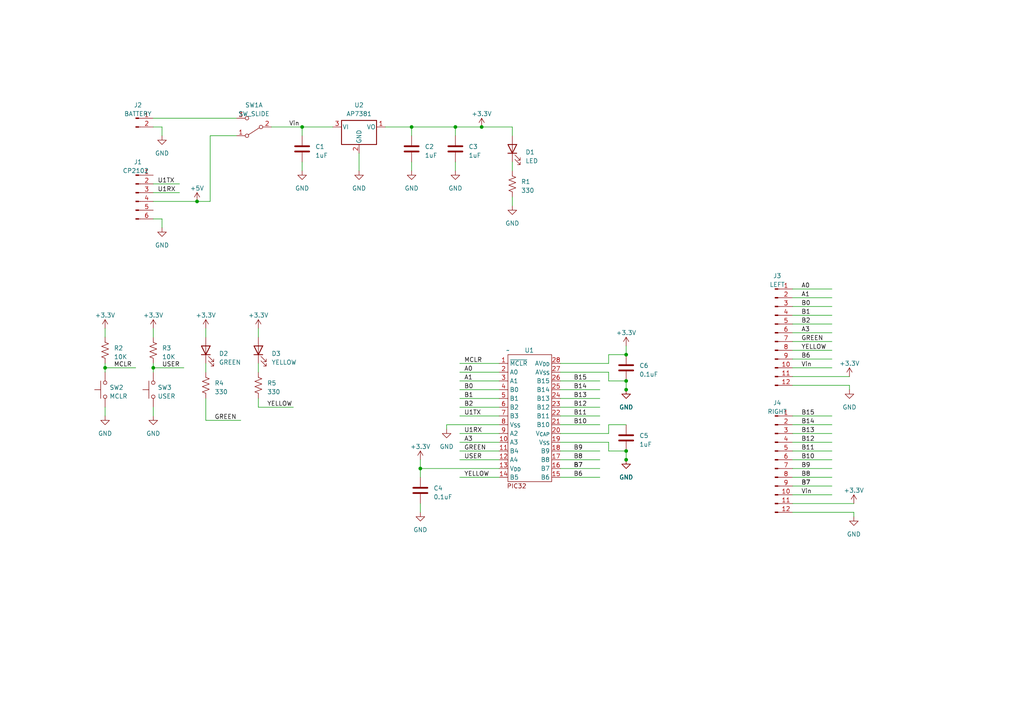
<source format=kicad_sch>
(kicad_sch (version 20230121) (generator eeschema)
  (paper "A4")
  (lib_symbols
    (symbol "Connector:Conn_01x02_Pin" (pin_names (offset 1.016) hide)
      (property "Reference" "J" (at 0 2.54 0))
      (property "Value" "Conn_01x02_Pin" (at 0 -5.08 0))
      (symbol "Conn_01x02_Pin_1_1"
        (polyline (pts (xy 1.27 -2.54) (xy 0.8636 -2.54)) (stroke (width 0.1524)))
        (polyline (pts (xy 1.27 0) (xy 0.8636 0)) (stroke (width 0.1524)))
        (rectangle (start 0.8636 -2.413) (end 0 -2.667) (stroke (width 0.1524)) (fill (type outline)))
        (rectangle (start 0.8636 0.127) (end 0 -0.127) (stroke (width 0.1524)) (fill (type outline)))
        (pin passive line (at 5.08 0 180) (length 3.81) (name "Pin_1") (number "1"))
        (pin passive line (at 5.08 -2.54 180) (length 3.81) (name "Pin_2") (number "2"))
      )
    )
    (symbol "Connector:Conn_01x06_Pin" (pin_names (offset 1.016) hide)
      (property "Reference" "J" (at 0 7.62 0))
      (property "Value" "Conn_01x06_Pin" (at 0 -10.16 0))
      (symbol "Conn_01x06_Pin_1_1"
        (polyline (pts (xy 1.27 -7.62) (xy 0.8636 -7.62)) (stroke (width 0.1524)))
        (polyline (pts (xy 1.27 -5.08) (xy 0.8636 -5.08)) (stroke (width 0.1524)))
        (polyline (pts (xy 1.27 -2.54) (xy 0.8636 -2.54)) (stroke (width 0.1524)))
        (polyline (pts (xy 1.27 0) (xy 0.8636 0)) (stroke (width 0.1524)))
        (polyline (pts (xy 1.27 2.54) (xy 0.8636 2.54)) (stroke (width 0.1524)))
        (polyline (pts (xy 1.27 5.08) (xy 0.8636 5.08)) (stroke (width 0.1524)))
        (rectangle (start 0.8636 -7.493) (end 0 -7.747) (stroke (width 0.1524)) (fill (type outline)))
        (rectangle (start 0.8636 -4.953) (end 0 -5.207) (stroke (width 0.1524)) (fill (type outline)))
        (rectangle (start 0.8636 -2.413) (end 0 -2.667) (stroke (width 0.1524)) (fill (type outline)))
        (rectangle (start 0.8636 0.127) (end 0 -0.127) (stroke (width 0.1524)) (fill (type outline)))
        (rectangle (start 0.8636 2.667) (end 0 2.413) (stroke (width 0.1524)) (fill (type outline)))
        (rectangle (start 0.8636 5.207) (end 0 4.953) (stroke (width 0.1524)) (fill (type outline)))
        (pin passive line (at 5.08 5.08 180) (length 3.81) (name "Pin_1") (number "1"))
        (pin passive line (at 5.08 2.54 180) (length 3.81) (name "Pin_2") (number "2"))
        (pin passive line (at 5.08 0 180) (length 3.81) (name "Pin_3") (number "3"))
        (pin passive line (at 5.08 -2.54 180) (length 3.81) (name "Pin_4") (number "4"))
        (pin passive line (at 5.08 -5.08 180) (length 3.81) (name "Pin_5") (number "5"))
        (pin passive line (at 5.08 -7.62 180) (length 3.81) (name "Pin_6") (number "6"))
      )
    )
    (symbol "Connector:Conn_01x12_Pin" (pin_names (offset 1.016) hide)
      (property "Reference" "J" (at 0 15.24 0))
      (property "Value" "Conn_01x12_Pin" (at 0 -17.78 0))
      (symbol "Conn_01x12_Pin_1_1"
        (polyline (pts (xy 1.27 -15.24) (xy 0.8636 -15.24)) (stroke (width 0.1524)))
        (polyline (pts (xy 1.27 -12.7) (xy 0.8636 -12.7)) (stroke (width 0.1524)))
        (polyline (pts (xy 1.27 -10.16) (xy 0.8636 -10.16)) (stroke (width 0.1524)))
        (polyline (pts (xy 1.27 -7.62) (xy 0.8636 -7.62)) (stroke (width 0.1524)))
        (polyline (pts (xy 1.27 -5.08) (xy 0.8636 -5.08)) (stroke (width 0.1524)))
        (polyline (pts (xy 1.27 -2.54) (xy 0.8636 -2.54)) (stroke (width 0.1524)))
        (polyline (pts (xy 1.27 0) (xy 0.8636 0)) (stroke (width 0.1524)))
        (polyline (pts (xy 1.27 2.54) (xy 0.8636 2.54)) (stroke (width 0.1524)))
        (polyline (pts (xy 1.27 5.08) (xy 0.8636 5.08)) (stroke (width 0.1524)))
        (polyline (pts (xy 1.27 7.62) (xy 0.8636 7.62)) (stroke (width 0.1524)))
        (polyline (pts (xy 1.27 10.16) (xy 0.8636 10.16)) (stroke (width 0.1524)))
        (polyline (pts (xy 1.27 12.7) (xy 0.8636 12.7)) (stroke (width 0.1524)))
        (rectangle (start 0.8636 -15.113) (end 0 -15.367) (stroke (width 0.1524)) (fill (type outline)))
        (rectangle (start 0.8636 -12.573) (end 0 -12.827) (stroke (width 0.1524)) (fill (type outline)))
        (rectangle (start 0.8636 -10.033) (end 0 -10.287) (stroke (width 0.1524)) (fill (type outline)))
        (rectangle (start 0.8636 -7.493) (end 0 -7.747) (stroke (width 0.1524)) (fill (type outline)))
        (rectangle (start 0.8636 -4.953) (end 0 -5.207) (stroke (width 0.1524)) (fill (type outline)))
        (rectangle (start 0.8636 -2.413) (end 0 -2.667) (stroke (width 0.1524)) (fill (type outline)))
        (rectangle (start 0.8636 0.127) (end 0 -0.127) (stroke (width 0.1524)) (fill (type outline)))
        (rectangle (start 0.8636 2.667) (end 0 2.413) (stroke (width 0.1524)) (fill (type outline)))
        (rectangle (start 0.8636 5.207) (end 0 4.953) (stroke (width 0.1524)) (fill (type outline)))
        (rectangle (start 0.8636 7.747) (end 0 7.493) (stroke (width 0.1524)) (fill (type outline)))
        (rectangle (start 0.8636 10.287) (end 0 10.033) (stroke (width 0.1524)) (fill (type outline)))
        (rectangle (start 0.8636 12.827) (end 0 12.573) (stroke (width 0.1524)) (fill (type outline)))
        (pin passive line (at 5.08 12.7 180) (length 3.81) (name "Pin_1") (number "1"))
        (pin passive line (at 5.08 -10.16 180) (length 3.81) (name "Pin_10") (number "10"))
        (pin passive line (at 5.08 -12.7 180) (length 3.81) (name "Pin_11") (number "11"))
        (pin passive line (at 5.08 -15.24 180) (length 3.81) (name "Pin_12") (number "12"))
        (pin passive line (at 5.08 10.16 180) (length 3.81) (name "Pin_2") (number "2"))
        (pin passive line (at 5.08 7.62 180) (length 3.81) (name "Pin_3") (number "3"))
        (pin passive line (at 5.08 5.08 180) (length 3.81) (name "Pin_4") (number "4"))
        (pin passive line (at 5.08 2.54 180) (length 3.81) (name "Pin_5") (number "5"))
        (pin passive line (at 5.08 0 180) (length 3.81) (name "Pin_6") (number "6"))
        (pin passive line (at 5.08 -2.54 180) (length 3.81) (name "Pin_7") (number "7"))
        (pin passive line (at 5.08 -5.08 180) (length 3.81) (name "Pin_8") (number "8"))
        (pin passive line (at 5.08 -7.62 180) (length 3.81) (name "Pin_9") (number "9"))
      )
    )
    (symbol "Device:C" (pin_numbers hide) (pin_names (offset 0.254))
      (property "Reference" "C" (at 0.635 2.54 0))
      (property "Value" "C" (at 0.635 -2.54 0))
      (symbol "C_0_1"
        (polyline (pts (xy -2.032 -0.762) (xy 2.032 -0.762)) (stroke (width 0.508)))
        (polyline (pts (xy -2.032 0.762) (xy 2.032 0.762)) (stroke (width 0.508)))
      )
      (symbol "C_1_1"
        (pin passive line (at 0 3.81 270) (length 2.794) (name "~") (number "1"))
        (pin passive line (at 0 -3.81 90) (length 2.794) (name "~") (number "2"))
      )
    )
    (symbol "Device:LED" (pin_numbers hide) (pin_names (offset 1.016) hide)
      (property "Reference" "D" (at 0 2.54 0))
      (property "Value" "LED" (at 0 -2.54 0))
      (symbol "LED_0_1"
        (polyline (pts (xy -1.27 -1.27) (xy -1.27 1.27)) (stroke (width 0.254)))
        (polyline (pts (xy -1.27 0) (xy 1.27 0)))
        (polyline (pts (xy 1.27 -1.27) (xy 1.27 1.27) (xy -1.27 0) (xy 1.27 -1.27)) (stroke (width 0.254)))
        (polyline (pts (xy -3.048 -0.762) (xy -4.572 -2.286) (xy -3.81 -2.286) (xy -4.572 -2.286) (xy -4.572 -1.524)))
        (polyline (pts (xy -1.778 -0.762) (xy -3.302 -2.286) (xy -2.54 -2.286) (xy -3.302 -2.286) (xy -3.302 -1.524)))
      )
      (symbol "LED_1_1"
        (pin passive line (at -3.81 0 0) (length 2.54) (name "K") (number "1"))
        (pin passive line (at 3.81 0 180) (length 2.54) (name "A") (number "2"))
      )
    )
    (symbol "Device:R_US" (pin_numbers hide) (pin_names (offset 0))
      (property "Reference" "R" (at 2.54 0 90))
      (property "Value" "R_US" (at -2.54 0 90))
      (symbol "R_US_0_1"
        (polyline (pts (xy 0 -2.286) (xy 0 -2.54)))
        (polyline (pts (xy 0 2.286) (xy 0 2.54)))
        (polyline (pts (xy 0 -0.762) (xy 1.016 -1.143) (xy 0 -1.524) (xy -1.016 -1.905) (xy 0 -2.286)))
        (polyline (pts (xy 0 0.762) (xy 1.016 0.381) (xy 0 0) (xy -1.016 -0.381) (xy 0 -0.762)))
        (polyline (pts (xy 0 2.286) (xy 1.016 1.905) (xy 0 1.524) (xy -1.016 1.143) (xy 0 0.762)))
      )
      (symbol "R_US_1_1"
        (pin passive line (at 0 3.81 270) (length 1.27) (name "~") (number "1"))
        (pin passive line (at 0 -3.81 90) (length 1.27) (name "~") (number "2"))
      )
    )
    (symbol "Switch:SW_DPDT_x2" (pin_names (offset 0) hide)
      (property "Reference" "SW" (at 0 4.318 0))
      (property "Value" "SW_DPDT_x2" (at 0 -5.08 0))
      (symbol "SW_DPDT_x2_0_0"
        (circle (center -2.032 0) (radius 0.508))
        (circle (center 2.032 -2.54) (radius 0.508))
      )
      (symbol "SW_DPDT_x2_0_1"
        (polyline (pts (xy -1.524 0.254) (xy 1.651 2.286)))
        (circle (center 2.032 2.54) (radius 0.508))
      )
      (symbol "SW_DPDT_x2_1_1"
        (pin passive line (at 5.08 2.54 180) (length 2.54) (name "A") (number "1"))
        (pin passive line (at -5.08 0 0) (length 2.54) (name "B") (number "2"))
        (pin passive line (at 5.08 -2.54 180) (length 2.54) (name "C") (number "3"))
      )
      (symbol "SW_DPDT_x2_2_1"
        (pin passive line (at 5.08 2.54 180) (length 2.54) (name "A") (number "4"))
        (pin passive line (at -5.08 0 0) (length 2.54) (name "B") (number "5"))
        (pin passive line (at 5.08 -2.54 180) (length 2.54) (name "C") (number "6"))
      )
    )
    (symbol "Switch:SW_MEC_5G" (pin_numbers hide) (pin_names (offset 1.016) hide)
      (property "Reference" "SW" (at 1.27 2.54 0))
      (property "Value" "SW_MEC_5G" (at 0 -1.524 0))
      (symbol "SW_MEC_5G_0_1"
        (circle (center -2.032 0) (radius 0.508))
        (polyline (pts (xy 0 1.27) (xy 0 3.048)))
        (polyline (pts (xy 2.54 1.27) (xy -2.54 1.27)))
        (circle (center 2.032 0) (radius 0.508))
        (pin passive line (at -5.08 0 0) (length 2.54) (name "A") (number "1"))
        (pin passive line (at 5.08 0 180) (length 2.54) (name "B") (number "3"))
      )
      (symbol "SW_MEC_5G_1_1"
        (pin passive line (at -5.08 0 0) (length 2.54) hide (name "A") (number "2"))
        (pin passive line (at 5.08 0 180) (length 2.54) hide (name "B") (number "4"))
      )
    )
    (symbol "pic_board:AP7384-33V" (pin_names (offset 0.254))
      (property "Reference" "U" (at -3.81 3.175 0))
      (property "Value" "AP7381" (at 0 3.175 0))
      (symbol "AP7384-33V_1_1"
        (rectangle (start -5.08 1.905) (end 5.08 -5.08) (stroke (width 0.254)))
        (pin power_out line (at 7.62 0 180) (length 2.54) (name "VO") (number "1"))
        (pin power_in line (at 0 -7.62 90) (length 2.54) (name "GND") (number "2"))
        (pin power_in line (at -7.62 0 0) (length 2.54) (name "VI") (number "3"))
      )
    )
    (symbol "pic_board:PIC32"
      (property "Reference" "U" (at -6.35 20.32 0))
      (symbol "PIC32_0_1"
        (rectangle (start -6.35 19.05) (end 6.35 -17.78))
      )
      (symbol "PIC32_1_1"
        (text "PIC32" (at -3.81 -19.05 0) (effects (font (size 1.27 1.27))))
        (pin input line (at -8.89 16.51 0) (length 2.54) (name "~{MCLR}") (number "1"))
        (pin input line (at -8.89 -6.35 0) (length 2.54) (name "A3") (number "10"))
        (pin input line (at -8.89 -8.89 0) (length 2.54) (name "B4") (number "11"))
        (pin input line (at -8.89 -11.43 0) (length 2.54) (name "A4") (number "12"))
        (pin input line (at -8.89 -13.97 0) (length 2.54) (name "V_{DD}") (number "13"))
        (pin input line (at -8.89 -16.51 0) (length 2.54) (name "B5") (number "14"))
        (pin input line (at 8.89 -16.51 180) (length 2.54) (name "B6") (number "15"))
        (pin input line (at 8.89 -13.97 180) (length 2.54) (name "B7") (number "16"))
        (pin input line (at 8.89 -11.43 180) (length 2.54) (name "B8") (number "17"))
        (pin input line (at 8.89 -8.89 180) (length 2.54) (name "B9") (number "18"))
        (pin input line (at 8.89 -6.35 180) (length 2.54) (name "V_{SS}") (number "19"))
        (pin input line (at -8.89 13.97 0) (length 2.54) (name "A0") (number "2"))
        (pin input line (at 8.89 -3.81 180) (length 2.54) (name "V_{CAP}") (number "20"))
        (pin input line (at 8.89 -1.27 180) (length 2.54) (name "B10") (number "21"))
        (pin input line (at 8.89 1.27 180) (length 2.54) (name "B11") (number "22"))
        (pin input line (at 8.89 3.81 180) (length 2.54) (name "B12") (number "23"))
        (pin input line (at 8.89 6.35 180) (length 2.54) (name "B13") (number "24"))
        (pin input line (at 8.89 8.89 180) (length 2.54) (name "B14") (number "25"))
        (pin input line (at 8.89 11.43 180) (length 2.54) (name "B15") (number "26"))
        (pin input line (at 8.89 13.97 180) (length 2.54) (name "AV_{SS}") (number "27"))
        (pin input line (at 8.89 16.51 180) (length 2.54) (name "AV_{DD}") (number "28"))
        (pin input line (at -8.89 11.43 0) (length 2.54) (name "A1") (number "3"))
        (pin input line (at -8.89 8.89 0) (length 2.54) (name "B0") (number "4"))
        (pin input line (at -8.89 6.35 0) (length 2.54) (name "B1") (number "5"))
        (pin input line (at -8.89 3.81 0) (length 2.54) (name "B2") (number "6"))
        (pin input line (at -8.89 1.27 0) (length 2.54) (name "B3") (number "7"))
        (pin input line (at -8.89 -1.27 0) (length 2.54) (name "V_{SS}") (number "8"))
        (pin input line (at -8.89 -3.81 0) (length 2.54) (name "A2") (number "9"))
      )
    )
    (symbol "power:+3.3V" (power) (pin_names (offset 0))
      (property "Value" "+3.3V" (at 0 3.556 0))
      (symbol "+3.3V_0_1"
        (polyline (pts (xy -0.762 1.27) (xy 0 2.54)))
        (polyline (pts (xy 0 0) (xy 0 2.54)))
        (polyline (pts (xy 0 2.54) (xy 0.762 1.27)))
      )
      (symbol "+3.3V_1_1"
        (pin power_in line (at 0 0 90) (length 0) hide (name "+3.3V") (number "1"))
      )
    )
    (symbol "power:+5V" (power) (pin_names (offset 0))
      (property "Value" "+5V" (at 0 3.556 0))
      (symbol "+5V_0_1"
        (polyline (pts (xy -0.762 1.27) (xy 0 2.54)))
        (polyline (pts (xy 0 0) (xy 0 2.54)))
        (polyline (pts (xy 0 2.54) (xy 0.762 1.27)))
      )
      (symbol "+5V_1_1"
        (pin power_in line (at 0 0 90) (length 0) hide (name "+5V") (number "1"))
      )
    )
    (symbol "power:GND" (power) (pin_names (offset 0))
      (property "Value" "GND" (at 0 -3.81 0))
      (symbol "GND_0_1"
        (polyline (pts (xy 0 0) (xy 0 -1.27) (xy 1.27 -1.27) (xy 0 -2.54) (xy -1.27 -1.27) (xy 0 -1.27)))
      )
      (symbol "GND_1_1"
        (pin power_in line (at 0 0 270) (length 0) hide (name "GND") (number "1"))
      )
    )
  )
  (junction (at 87.63 36.83))
  (junction (at 119.38 36.83))
  (junction (at 132.08 36.83))
  (junction (at 139.7 36.83))
  (junction (at 30.48 106.68))
  (junction (at 57.15 58.42))
  (junction (at 181.61 110.49))
  (junction (at 181.61 102.87))
  (junction (at 121.92 135.89))
  (junction (at 44.45 106.68))
  (junction (at 181.61 130.81))
  (junction (at 181.61 133.35))
  (junction (at 181.61 113.03))
  (wire (pts (xy 162.56 118.11) (xy 173.99 118.11)))
  (wire (pts (xy 229.87 101.6) (xy 241.3 101.6)))
  (wire (pts (xy 59.69 121.92) (xy 69.85 121.92)))
  (wire (pts (xy 133.35 138.43) (xy 144.78 138.43)))
  (wire (pts (xy 229.87 99.06) (xy 241.3 99.06)))
  (wire (pts (xy 133.35 125.73) (xy 144.78 125.73)))
  (wire (pts (xy 133.35 113.03) (xy 144.78 113.03)))
  (wire (pts (xy 229.87 106.68) (xy 241.3 106.68)))
  (wire (pts (xy 44.45 95.25) (xy 44.45 97.79)))
  (wire (pts (xy 87.63 36.83) (xy 96.52 36.83)))
  (wire (pts (xy 133.35 128.27) (xy 144.78 128.27)))
  (wire (pts (xy 44.45 36.83) (xy 46.99 36.83)))
  (wire (pts (xy 247.65 148.59) (xy 247.65 149.86)))
  (wire (pts (xy 162.56 120.65) (xy 173.99 120.65)))
  (wire (pts (xy 229.87 146.05) (xy 247.65 146.05)))
  (wire (pts (xy 181.61 100.33) (xy 181.61 102.87)))
  (wire (pts (xy 133.35 118.11) (xy 144.78 118.11)))
  (wire (pts (xy 119.38 36.83) (xy 119.38 39.37)))
  (wire (pts (xy 246.38 111.76) (xy 246.38 113.03)))
  (wire (pts (xy 44.45 55.88) (xy 52.07 55.88)))
  (wire (pts (xy 229.87 88.9) (xy 241.3 88.9)))
  (wire (pts (xy 133.35 130.81) (xy 144.78 130.81)))
  (wire (pts (xy 46.99 63.5) (xy 46.99 66.04)))
  (wire (pts (xy 87.63 36.83) (xy 87.63 39.37)))
  (wire (pts (xy 59.69 95.25) (xy 59.69 97.79)))
  (wire (pts (xy 229.87 91.44) (xy 241.3 91.44)))
  (wire (pts (xy 176.53 110.49) (xy 181.61 110.49)))
  (wire (pts (xy 148.59 36.83) (xy 148.59 39.37)))
  (wire (pts (xy 229.87 93.98) (xy 241.3 93.98)))
  (wire (pts (xy 60.96 39.37) (xy 68.58 39.37)))
  (wire (pts (xy 229.87 125.73) (xy 241.3 125.73)))
  (wire (pts (xy 176.53 128.27) (xy 176.53 130.81)))
  (wire (pts (xy 74.93 115.57) (xy 74.93 118.11)))
  (wire (pts (xy 121.92 133.35) (xy 121.92 135.89)))
  (wire (pts (xy 229.87 83.82) (xy 241.3 83.82)))
  (wire (pts (xy 162.56 105.41) (xy 176.53 105.41)))
  (wire (pts (xy 133.35 107.95) (xy 144.78 107.95)))
  (wire (pts (xy 162.56 115.57) (xy 173.99 115.57)))
  (wire (pts (xy 30.48 106.68) (xy 39.37 106.68)))
  (wire (pts (xy 162.56 125.73) (xy 176.53 125.73)))
  (wire (pts (xy 148.59 57.15) (xy 148.59 59.69)))
  (wire (pts (xy 121.92 135.89) (xy 121.92 138.43)))
  (wire (pts (xy 30.48 118.11) (xy 30.48 120.65)))
  (wire (pts (xy 74.93 118.11) (xy 85.09 118.11)))
  (wire (pts (xy 229.87 111.76) (xy 246.38 111.76)))
  (wire (pts (xy 133.35 133.35) (xy 144.78 133.35)))
  (wire (pts (xy 44.45 34.29) (xy 68.58 34.29)))
  (wire (pts (xy 181.61 123.19) (xy 176.53 123.19)))
  (wire (pts (xy 44.45 53.34) (xy 52.07 53.34)))
  (wire (pts (xy 59.69 105.41) (xy 59.69 107.95)))
  (wire (pts (xy 229.87 120.65) (xy 241.3 120.65)))
  (wire (pts (xy 57.15 58.42) (xy 60.96 58.42)))
  (wire (pts (xy 119.38 36.83) (xy 132.08 36.83)))
  (wire (pts (xy 229.87 138.43) (xy 241.3 138.43)))
  (wire (pts (xy 44.45 105.41) (xy 44.45 106.68)))
  (wire (pts (xy 74.93 95.25) (xy 74.93 97.79)))
  (wire (pts (xy 133.35 105.41) (xy 144.78 105.41)))
  (wire (pts (xy 121.92 135.89) (xy 144.78 135.89)))
  (wire (pts (xy 129.54 123.19) (xy 144.78 123.19)))
  (wire (pts (xy 133.35 110.49) (xy 144.78 110.49)))
  (wire (pts (xy 132.08 36.83) (xy 139.7 36.83)))
  (wire (pts (xy 162.56 113.03) (xy 173.99 113.03)))
  (wire (pts (xy 44.45 106.68) (xy 44.45 107.95)))
  (wire (pts (xy 139.7 36.83) (xy 148.59 36.83)))
  (wire (pts (xy 132.08 46.99) (xy 132.08 49.53)))
  (wire (pts (xy 60.96 58.42) (xy 60.96 39.37)))
  (wire (pts (xy 44.45 63.5) (xy 46.99 63.5)))
  (wire (pts (xy 176.53 123.19) (xy 176.53 125.73)))
  (wire (pts (xy 30.48 106.68) (xy 30.48 107.95)))
  (wire (pts (xy 44.45 118.11) (xy 44.45 120.65)))
  (wire (pts (xy 229.87 104.14) (xy 241.3 104.14)))
  (wire (pts (xy 74.93 105.41) (xy 74.93 107.95)))
  (wire (pts (xy 176.53 102.87) (xy 176.53 105.41)))
  (wire (pts (xy 111.76 36.83) (xy 119.38 36.83)))
  (wire (pts (xy 229.87 135.89) (xy 241.3 135.89)))
  (wire (pts (xy 162.56 135.89) (xy 173.99 135.89)))
  (wire (pts (xy 119.38 46.99) (xy 119.38 49.53)))
  (wire (pts (xy 162.56 110.49) (xy 173.99 110.49)))
  (wire (pts (xy 104.14 44.45) (xy 104.14 49.53)))
  (wire (pts (xy 59.69 115.57) (xy 59.69 121.92)))
  (wire (pts (xy 78.74 36.83) (xy 87.63 36.83)))
  (wire (pts (xy 129.54 123.19) (xy 129.54 124.46)))
  (wire (pts (xy 30.48 95.25) (xy 30.48 97.79)))
  (wire (pts (xy 46.99 36.83) (xy 46.99 39.37)))
  (wire (pts (xy 229.87 133.35) (xy 241.3 133.35)))
  (wire (pts (xy 87.63 46.99) (xy 87.63 49.53)))
  (wire (pts (xy 181.61 130.81) (xy 181.61 133.35)))
  (wire (pts (xy 148.59 46.99) (xy 148.59 49.53)))
  (wire (pts (xy 176.53 107.95) (xy 176.53 110.49)))
  (wire (pts (xy 229.87 140.97) (xy 241.3 140.97)))
  (wire (pts (xy 162.56 128.27) (xy 176.53 128.27)))
  (wire (pts (xy 229.87 130.81) (xy 241.3 130.81)))
  (wire (pts (xy 162.56 133.35) (xy 173.99 133.35)))
  (wire (pts (xy 132.08 36.83) (xy 132.08 39.37)))
  (wire (pts (xy 162.56 138.43) (xy 173.99 138.43)))
  (wire (pts (xy 121.92 146.05) (xy 121.92 148.59)))
  (wire (pts (xy 133.35 120.65) (xy 144.78 120.65)))
  (wire (pts (xy 44.45 106.68) (xy 53.34 106.68)))
  (wire (pts (xy 181.61 102.87) (xy 176.53 102.87)))
  (wire (pts (xy 176.53 130.81) (xy 181.61 130.81)))
  (wire (pts (xy 229.87 143.51) (xy 241.3 143.51)))
  (wire (pts (xy 162.56 107.95) (xy 176.53 107.95)))
  (wire (pts (xy 229.87 86.36) (xy 241.3 86.36)))
  (wire (pts (xy 162.56 130.81) (xy 173.99 130.81)))
  (wire (pts (xy 229.87 96.52) (xy 241.3 96.52)))
  (wire (pts (xy 229.87 128.27) (xy 241.3 128.27)))
  (wire (pts (xy 162.56 123.19) (xy 173.99 123.19)))
  (wire (pts (xy 44.45 58.42) (xy 57.15 58.42)))
  (wire (pts (xy 181.61 110.49) (xy 181.61 113.03)))
  (wire (pts (xy 30.48 105.41) (xy 30.48 106.68)))
  (wire (pts (xy 229.87 148.59) (xy 247.65 148.59)))
  (wire (pts (xy 229.87 109.22) (xy 246.38 109.22)))
  (wire (pts (xy 229.87 123.19) (xy 241.3 123.19)))
  (wire (pts (xy 133.35 115.57) (xy 144.78 115.57)))
  (label "B15" (at 232.41 120.65 0))
  (label "U1RX" (at 45.72 55.88 0))
  (label "Vin" (at 232.41 106.68 0))
  (label "B9" (at 166.37 130.81 0))
  (label "GREEN" (at 232.41 99.06 0))
  (label "B8" (at 232.41 138.43 0))
  (label "B15" (at 166.37 110.49 0))
  (label "YELLOW" (at 134.62 138.43 0))
  (label "Vin" (at 83.82 36.83 0))
  (label "B8" (at 166.37 133.35 0))
  (label "B1" (at 232.41 91.44 0))
  (label "B12" (at 166.37 118.11 0))
  (label "A3" (at 232.41 96.52 0))
  (label "YELLOW" (at 77.47 118.11 0))
  (label "B7" (at 232.41 140.97 0))
  (label "MCLR" (at 33.02 106.68 0))
  (label "B6" (at 166.37 138.43 0))
  (label "U1TX" (at 45.72 53.34 0))
  (label "B14" (at 232.41 123.19 0))
  (label "B7" (at 166.37 135.89 0))
  (label "B11" (at 232.41 130.81 0))
  (label "B11" (at 166.37 120.65 0))
  (label "YELLOW" (at 232.41 101.6 0))
  (label "Vin" (at 232.41 143.51 0))
  (label "U1RX" (at 134.62 125.73 0))
  (label "B2" (at 232.41 93.98 0))
  (label "USER" (at 46.99 106.68 0))
  (label "B9" (at 232.41 135.89 0))
  (label "B6" (at 232.41 104.14 0))
  (label "GREEN" (at 134.62 130.81 0))
  (label "A3" (at 134.62 128.27 0))
  (label "B14" (at 166.37 113.03 0))
  (label "A1" (at 134.62 110.49 0))
  (label "U1TX" (at 134.62 120.65 0))
  (label "B7" (at 166.37 135.89 0))
  (label "A0" (at 134.62 107.95 0))
  (label "B0" (at 232.41 88.9 0))
  (label "A0" (at 232.41 83.82 0))
  (label "B7" (at 232.41 140.97 0))
  (label "A1" (at 232.41 86.36 0))
  (label "USER" (at 134.62 133.35 0))
  (label "B13" (at 232.41 125.73 0))
  (label "B0" (at 134.62 113.03 0))
  (label "B10" (at 166.37 123.19 0))
  (label "B12" (at 232.41 128.27 0))
  (label "B13" (at 166.37 115.57 0))
  (label "B1" (at 134.62 115.57 0))
  (label "MCLR" (at 134.62 105.41 0))
  (label "GREEN" (at 62.23 121.92 0))
  (label "B2" (at 134.62 118.11 0))
  (label "B10" (at 232.41 133.35 0))
  (symbol (lib_id "power:GND") (at 247.65 149.86 0) (unit 1)
    (property "Reference" "#PWR026" (effects hide))
    (property "Value" "GND" (at 247.65 154.94 0))
  )
  (symbol (lib_id "Device:LED") (at 148.59 43.18 90) (unit 1)
    (property "Reference" "D1" (at 152.4 44.1325 90) (effects (justify right)))
    (property "Value" "LED" (at 152.4 46.6725 90) (effects (justify right)))
    (property "Footprint" "LED_THT:LED_D3.0mm" (effects hide))
  )
  (symbol (lib_id "power:GND") (at 46.99 39.37 0) (unit 1)
    (property "Reference" "#PWR01" (effects hide))
    (property "Value" "GND" (at 46.99 44.45 0))
  )
  (symbol (lib_id "power:GND") (at 181.61 113.03 0) (unit 1)
    (property "Reference" "#PWR020" (effects hide))
    (property "Value" "GND" (at 181.61 118.11 0))
  )
  (symbol (lib_id "Device:R_US") (at 30.48 101.6 0) (unit 1)
    (property "Reference" "R2" (at 33.02 100.965 0) (effects (justify left)))
    (property "Value" "10K" (at 33.02 103.505 0) (effects (justify left)))
    (property "Footprint" "Resistor_THT:R_Axial_DIN0207_L6.3mm_D2.5mm_P7.62mm_Horizontal" (effects hide))
  )
  (symbol (lib_id "power:+3.3V") (at 139.7 36.83 0) (unit 1)
    (property "Reference" "#PWR027" (effects hide))
    (property "Value" "+3.3V" (at 139.7 33.02 0))
  )
  (symbol (lib_id "power:+5V") (at 57.15 58.42 0) (unit 1)
    (property "Reference" "#PWR03" (effects hide))
    (property "Value" "+5V" (at 57.15 54.61 0))
  )
  (symbol (lib_id "Device:C") (at 181.61 106.68 0) (unit 1)
    (property "Reference" "C6" (at 185.42 106.045 0) (effects (justify left)))
    (property "Value" "0.1uF" (at 185.42 108.585 0) (effects (justify left)))
    (property "Footprint" "Capacitor_THT:C_Disc_D3.4mm_W2.1mm_P2.50mm" (effects hide))
  )
  (symbol (lib_id "power:GND") (at 129.54 124.46 0) (unit 1)
    (property "Reference" "#PWR015" (effects hide))
    (property "Value" "GND" (at 129.54 129.54 0))
  )
  (symbol (lib_id "pic_board:PIC32") (at 153.67 121.92 0) (unit 1)
    (property "Reference" "U1" (at 153.5133 101.6 0))
    (property "Value" "~" (at 147.32 101.6 0))
    (property "Footprint" "Package_DIP:DIP-28_W7.62mm_Socket" (effects hide))
  )
  (symbol (lib_id "power:GND") (at 104.14 49.53 0) (unit 1)
    (property "Reference" "#PWR05" (effects hide))
    (property "Value" "GND" (at 104.14 54.61 0))
  )
  (symbol (lib_id "pic_board:AP7384-33V") (at 104.14 36.83 0) (unit 1)
    (property "Reference" "U2" (at 104.14 30.48 0))
    (property "Value" "AP7381" (at 104.14 33.02 0))
    (property "Footprint" "Package_TO_SOT_THT:TO-92L_Inline" (effects hide))
  )
  (symbol (lib_id "Connector:Conn_01x02_Pin") (at 39.37 34.29 0) (unit 1)
    (property "Reference" "J2" (at 40.005 30.48 0))
    (property "Value" "BATTERY" (at 40.005 33.02 0))
    (property "Footprint" "Connector_PinSocket_2.54mm:PinSocket_1x02_P2.54mm_Vertical" (effects hide))
  )
  (symbol (lib_id "power:GND") (at 119.38 49.53 0) (unit 1)
    (property "Reference" "#PWR06" (effects hide))
    (property "Value" "GND" (at 119.38 54.61 0))
  )
  (symbol (lib_id "Connector:Conn_01x12_Pin") (at 224.79 96.52 0) (unit 1)
    (property "Reference" "J3" (at 225.425 80.01 0))
    (property "Value" "LEFT" (at 225.425 82.55 0))
    (property "Footprint" "Connector_PinSocket_2.54mm:PinSocket_1x12_P2.54mm_Vertical" (effects hide))
  )
  (symbol (lib_id "power:+3.3V") (at 247.65 146.05 0) (unit 1)
    (property "Reference" "#PWR025" (effects hide))
    (property "Value" "+3.3V" (at 247.65 142.24 0))
  )
  (symbol (lib_id "power:+3.3V") (at 181.61 100.33 0) (unit 1)
    (property "Reference" "#PWR022" (effects hide))
    (property "Value" "+3.3V" (at 181.61 96.52 0))
  )
  (symbol (lib_id "Device:LED") (at 74.93 101.6 90) (unit 1)
    (property "Reference" "D3" (at 78.74 102.5525 90) (effects (justify right)))
    (property "Value" "YELLOW" (at 78.74 105.0925 90) (effects (justify right)))
    (property "Footprint" "LED_THT:LED_D3.0mm" (effects hide))
  )
  (symbol (lib_id "Switch:SW_MEC_5G") (at 44.45 113.03 90) (unit 1)
    (property "Reference" "SW3" (at 45.72 112.395 90) (effects (justify right)))
    (property "Value" "USER" (at 45.72 114.935 90) (effects (justify right)))
    (property "Footprint" "pic32_footprint:push_button" (effects hide))
    (property "Datasheet" "http://www.apem.com/int/index.php?controller=attachment&id_attachment=488" (effects hide))
  )
  (symbol (lib_id "power:+3.3V") (at 74.93 95.25 0) (unit 1)
    (property "Reference" "#PWR012" (effects hide))
    (property "Value" "+3.3V" (at 74.93 91.44 0))
  )
  (symbol (lib_id "Device:R_US") (at 148.59 53.34 0) (unit 1)
    (property "Reference" "R1" (at 151.13 52.705 0) (effects (justify left)))
    (property "Value" "330" (at 151.13 55.245 0) (effects (justify left)))
    (property "Footprint" "Resistor_THT:R_Axial_DIN0207_L6.3mm_D2.5mm_P7.62mm_Horizontal" (effects hide))
  )
  (symbol (lib_id "Device:C") (at 119.38 43.18 0) (unit 1)
    (property "Reference" "C2" (at 123.19 42.545 0) (effects (justify left)))
    (property "Value" "1uF" (at 123.19 45.085 0) (effects (justify left)))
    (property "Footprint" "Capacitor_THT:C_Disc_D5.1mm_W3.2mm_P5.00mm" (effects hide))
  )
  (symbol (lib_id "power:+3.3V") (at 44.45 95.25 0) (unit 1)
    (property "Reference" "#PWR010" (effects hide))
    (property "Value" "+3.3V" (at 44.45 91.44 0))
  )
  (symbol (lib_id "power:GND") (at 148.59 59.69 0) (unit 1)
    (property "Reference" "#PWR08" (effects hide))
    (property "Value" "GND" (at 148.59 64.77 0))
  )
  (symbol (lib_id "power:+3.3V") (at 30.48 95.25 0) (unit 1)
    (property "Reference" "#PWR09" (effects hide))
    (property "Value" "+3.3V" (at 30.48 91.44 0))
  )
  (symbol (lib_id "Device:C") (at 181.61 127 0) (unit 1)
    (property "Reference" "C5" (at 185.42 126.365 0) (effects (justify left)))
    (property "Value" "1uF" (at 185.42 128.905 0) (effects (justify left)))
    (property "Footprint" "Capacitor_THT:C_Disc_D5.1mm_W3.2mm_P5.00mm" (effects hide))
  )
  (symbol (lib_id "power:+3.3V") (at 246.38 109.22 0) (unit 1)
    (property "Reference" "#PWR023" (effects hide))
    (property "Value" "+3.3V" (at 246.38 105.41 0))
  )
  (symbol (lib_id "Device:LED") (at 59.69 101.6 90) (unit 1)
    (property "Reference" "D2" (at 63.5 102.5525 90) (effects (justify right)))
    (property "Value" "GREEN" (at 63.5 105.0925 90) (effects (justify right)))
    (property "Footprint" "LED_THT:LED_D3.0mm" (effects hide))
  )
  (symbol (lib_id "Device:C") (at 121.92 142.24 0) (unit 1)
    (property "Reference" "C4" (at 125.73 141.605 0) (effects (justify left)))
    (property "Value" "0.1uF" (at 125.73 144.145 0) (effects (justify left)))
    (property "Footprint" "Capacitor_THT:C_Disc_D3.4mm_W2.1mm_P2.50mm" (effects hide))
  )
  (symbol (lib_id "Device:R_US") (at 44.45 101.6 0) (unit 1)
    (property "Reference" "R3" (at 46.99 100.965 0) (effects (justify left)))
    (property "Value" "10K" (at 46.99 103.505 0) (effects (justify left)))
    (property "Footprint" "Resistor_THT:R_Axial_DIN0207_L6.3mm_D2.5mm_P7.62mm_Horizontal" (effects hide))
  )
  (symbol (lib_id "Device:R_US") (at 74.93 111.76 0) (unit 1)
    (property "Reference" "R5" (at 77.47 111.125 0) (effects (justify left)))
    (property "Value" "330" (at 77.47 113.665 0) (effects (justify left)))
    (property "Footprint" "Resistor_THT:R_Axial_DIN0207_L6.3mm_D2.5mm_P7.62mm_Horizontal" (effects hide))
  )
  (symbol (lib_id "power:GND") (at 181.61 133.35 0) (unit 1)
    (property "Reference" "#PWR018" (effects hide))
    (property "Value" "GND" (at 181.61 138.43 0))
  )
  (symbol (lib_id "power:GND") (at 46.99 66.04 0) (unit 1)
    (property "Reference" "#PWR02" (effects hide))
    (property "Value" "GND" (at 46.99 71.12 0))
  )
  (symbol (lib_id "Device:C") (at 87.63 43.18 0) (unit 1)
    (property "Reference" "C1" (at 91.44 42.545 0) (effects (justify left)))
    (property "Value" "1uF" (at 91.44 45.085 0) (effects (justify left)))
    (property "Footprint" "Capacitor_THT:C_Disc_D5.1mm_W3.2mm_P5.00mm" (effects hide))
  )
  (symbol (lib_id "power:GND") (at 132.08 49.53 0) (unit 1)
    (property "Reference" "#PWR07" (effects hide))
    (property "Value" "GND" (at 132.08 54.61 0))
  )
  (symbol (lib_id "power:GND") (at 87.63 49.53 0) (unit 1)
    (property "Reference" "#PWR04" (effects hide))
    (property "Value" "GND" (at 87.63 54.61 0))
  )
  (symbol (lib_id "Connector:Conn_01x06_Pin") (at 39.37 55.88 0) (unit 1)
    (property "Reference" "J1" (at 40.005 46.99 0))
    (property "Value" "CP2102" (at 39.37 49.53 0))
    (property "Footprint" "Connector_PinSocket_2.54mm:PinSocket_1x06_P2.54mm_Vertical" (effects hide))
  )
  (symbol (lib_id "Device:R_US") (at 59.69 111.76 0) (unit 1)
    (property "Reference" "R4" (at 62.23 111.125 0) (effects (justify left)))
    (property "Value" "330" (at 62.23 113.665 0) (effects (justify left)))
    (property "Footprint" "Resistor_THT:R_Axial_DIN0207_L6.3mm_D2.5mm_P7.62mm_Horizontal" (effects hide))
  )
  (symbol (lib_id "Connector:Conn_01x12_Pin") (at 224.79 133.35 0) (unit 1)
    (property "Reference" "J4" (at 225.425 116.84 0))
    (property "Value" "RIGHT" (at 225.425 119.38 0))
    (property "Footprint" "Connector_PinSocket_2.54mm:PinSocket_1x12_P2.54mm_Vertical" (effects hide))
  )
  (symbol (lib_id "power:+3.3V") (at 121.92 133.35 0) (unit 1)
    (property "Reference" "#PWR016" (effects hide))
    (property "Value" "+3.3V" (at 121.92 129.54 0))
  )
  (symbol (lib_id "power:GND") (at 246.38 113.03 0) (unit 1)
    (property "Reference" "#PWR024" (effects hide))
    (property "Value" "GND" (at 246.38 118.11 0))
  )
  (symbol (lib_id "power:+3.3V") (at 59.69 95.25 0) (unit 1)
    (property "Reference" "#PWR011" (effects hide))
    (property "Value" "+3.3V" (at 59.69 91.44 0))
  )
  (symbol (lib_id "power:GND") (at 121.92 148.59 0) (unit 1)
    (property "Reference" "#PWR017" (effects hide))
    (property "Value" "GND" (at 121.92 153.67 0))
  )
  (symbol (lib_id "power:GND") (at 181.61 133.35 0) (unit 1)
    (property "Reference" "#PWR019" (effects hide))
    (property "Value" "GND" (at 181.61 138.43 0))
  )
  (symbol (lib_id "Switch:SW_MEC_5G") (at 30.48 113.03 90) (unit 1)
    (property "Reference" "SW2" (at 31.75 112.395 90) (effects (justify right)))
    (property "Value" "MCLR" (at 31.75 114.935 90) (effects (justify right)))
    (property "Footprint" "pic32_footprint:push_button" (effects hide))
    (property "Datasheet" "http://www.apem.com/int/index.php?controller=attachment&id_attachment=488" (effects hide))
  )
  (symbol (lib_id "power:GND") (at 181.61 113.03 0) (unit 1)
    (property "Reference" "#PWR021" (effects hide))
    (property "Value" "GND" (at 181.61 118.11 0))
  )
  (symbol (lib_id "power:GND") (at 44.45 120.65 0) (unit 1)
    (property "Reference" "#PWR014" (effects hide))
    (property "Value" "GND" (at 44.45 125.73 0))
  )
  (symbol (lib_id "power:GND") (at 30.48 120.65 0) (unit 1)
    (property "Reference" "#PWR013" (effects hide))
    (property "Value" "GND" (at 30.48 125.73 0))
  )
  (symbol (lib_id "Device:C") (at 132.08 43.18 0) (unit 1)
    (property "Reference" "C3" (at 135.89 42.545 0) (effects (justify left)))
    (property "Value" "1uF" (at 135.89 45.085 0) (effects (justify left)))
    (property "Footprint" "Capacitor_THT:C_Disc_D5.1mm_W3.2mm_P5.00mm" (effects hide))
  )
  (symbol (lib_id "Switch:SW_DPDT_x2") (at 73.66 36.83 180) (unit 1)
    (property "Reference" "SW1" (at 73.66 30.48 0))
    (property "Value" "SW_SLIDE" (at 73.66 33.02 0))
    (property "Footprint" "pic32_footprint:swslide" (effects hide))
  )
)
</source>
